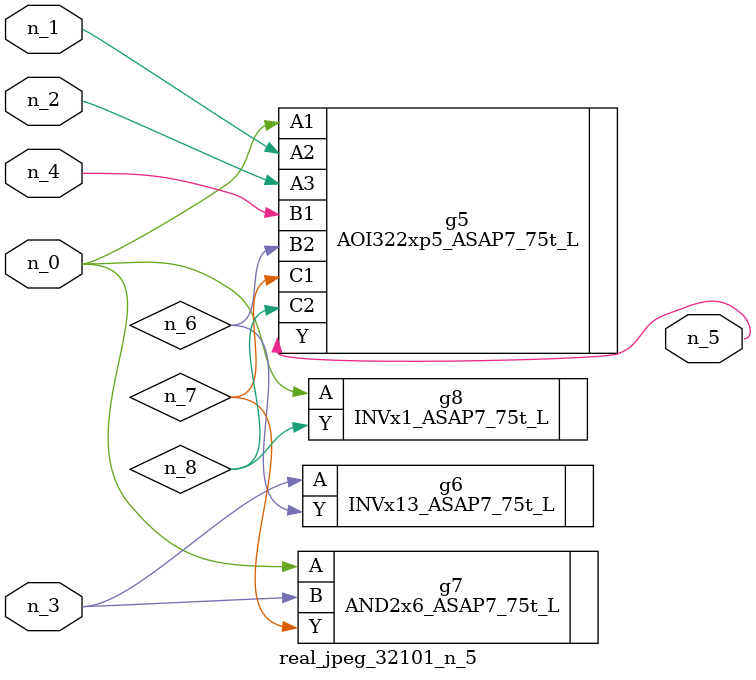
<source format=v>
module real_jpeg_32101_n_5 (n_4, n_0, n_1, n_2, n_3, n_5);

input n_4;
input n_0;
input n_1;
input n_2;
input n_3;

output n_5;

wire n_8;
wire n_6;
wire n_7;

AOI322xp5_ASAP7_75t_L g5 ( 
.A1(n_0),
.A2(n_1),
.A3(n_2),
.B1(n_4),
.B2(n_6),
.C1(n_7),
.C2(n_8),
.Y(n_5)
);

AND2x6_ASAP7_75t_L g7 ( 
.A(n_0),
.B(n_3),
.Y(n_7)
);

INVx1_ASAP7_75t_L g8 ( 
.A(n_0),
.Y(n_8)
);

INVx13_ASAP7_75t_L g6 ( 
.A(n_3),
.Y(n_6)
);


endmodule
</source>
